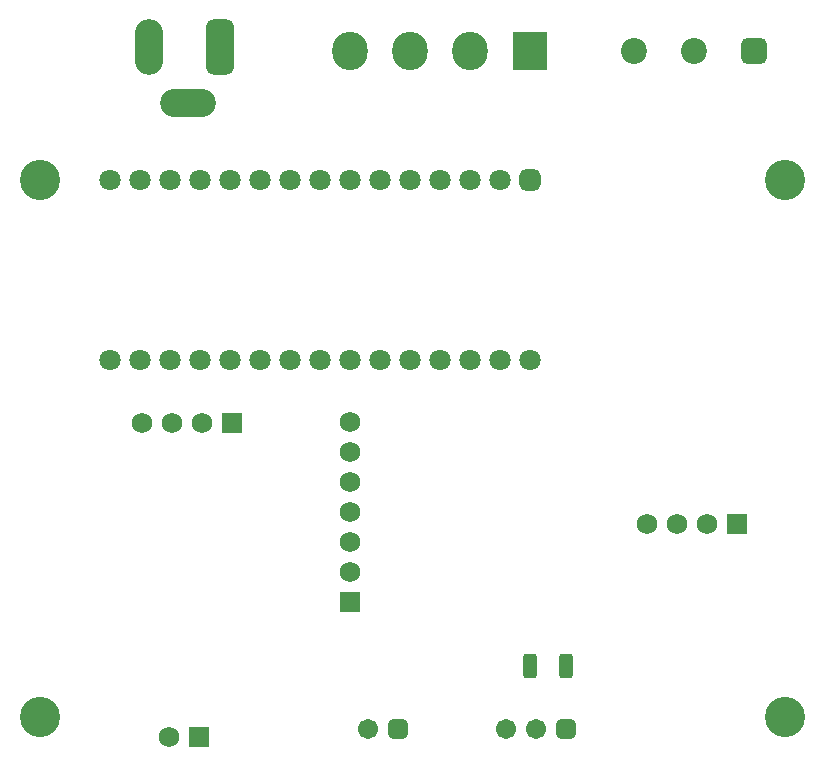
<source format=gts>
G04*
G04 #@! TF.GenerationSoftware,Altium Limited,Altium Designer,21.3.2 (30)*
G04*
G04 Layer_Color=8388736*
%FSTAX24Y24*%
%MOIN*%
G70*
G04*
G04 #@! TF.SameCoordinates,655743E2-E340-4FCB-8EBE-1CC431C952CD*
G04*
G04*
G04 #@! TF.FilePolarity,Negative*
G04*
G01*
G75*
G04:AMPARAMS|DCode=16|XSize=82.8mil|YSize=47.4mil|CornerRadius=13.8mil|HoleSize=0mil|Usage=FLASHONLY|Rotation=90.000|XOffset=0mil|YOffset=0mil|HoleType=Round|Shape=RoundedRectangle|*
%AMROUNDEDRECTD16*
21,1,0.0828,0.0197,0,0,90.0*
21,1,0.0551,0.0474,0,0,90.0*
1,1,0.0277,0.0098,0.0276*
1,1,0.0277,0.0098,-0.0276*
1,1,0.0277,-0.0098,-0.0276*
1,1,0.0277,-0.0098,0.0276*
%
%ADD16ROUNDEDRECTD16*%
%ADD17C,0.0680*%
%ADD18R,0.0680X0.0680*%
%ADD19C,0.0710*%
G04:AMPARAMS|DCode=20|XSize=67.1mil|YSize=67.1mil|CornerRadius=18.8mil|HoleSize=0mil|Usage=FLASHONLY|Rotation=180.000|XOffset=0mil|YOffset=0mil|HoleType=Round|Shape=RoundedRectangle|*
%AMROUNDEDRECTD20*
21,1,0.0671,0.0295,0,0,180.0*
21,1,0.0295,0.0671,0,0,180.0*
1,1,0.0375,-0.0148,0.0148*
1,1,0.0375,0.0148,0.0148*
1,1,0.0375,0.0148,-0.0148*
1,1,0.0375,-0.0148,-0.0148*
%
%ADD20ROUNDEDRECTD20*%
%ADD21C,0.0866*%
G04:AMPARAMS|DCode=22|XSize=86.6mil|YSize=86.6mil|CornerRadius=21.7mil|HoleSize=0mil|Usage=FLASHONLY|Rotation=180.000|XOffset=0mil|YOffset=0mil|HoleType=Round|Shape=RoundedRectangle|*
%AMROUNDEDRECTD22*
21,1,0.0866,0.0433,0,0,180.0*
21,1,0.0433,0.0866,0,0,180.0*
1,1,0.0433,-0.0217,0.0217*
1,1,0.0433,0.0217,0.0217*
1,1,0.0433,0.0217,-0.0217*
1,1,0.0433,-0.0217,-0.0217*
%
%ADD22ROUNDEDRECTD22*%
%ADD23C,0.1340*%
%ADD24C,0.0671*%
G04:AMPARAMS|DCode=25|XSize=71mil|YSize=71mil|CornerRadius=19.7mil|HoleSize=0mil|Usage=FLASHONLY|Rotation=270.000|XOffset=0mil|YOffset=0mil|HoleType=Round|Shape=RoundedRectangle|*
%AMROUNDEDRECTD25*
21,1,0.0710,0.0315,0,0,270.0*
21,1,0.0315,0.0710,0,0,270.0*
1,1,0.0395,-0.0157,-0.0157*
1,1,0.0395,-0.0157,0.0157*
1,1,0.0395,0.0157,0.0157*
1,1,0.0395,0.0157,-0.0157*
%
%ADD25ROUNDEDRECTD25*%
%ADD26R,0.0680X0.0680*%
%ADD27O,0.1180X0.1280*%
%ADD28R,0.1180X0.1280*%
%ADD29O,0.0946X0.1852*%
%ADD30O,0.1852X0.0946*%
G04:AMPARAMS|DCode=31|XSize=94.6mil|YSize=185.2mil|CornerRadius=25.7mil|HoleSize=0mil|Usage=FLASHONLY|Rotation=0.000|XOffset=0mil|YOffset=0mil|HoleType=Round|Shape=RoundedRectangle|*
%AMROUNDEDRECTD31*
21,1,0.0946,0.1339,0,0,0.0*
21,1,0.0433,0.1852,0,0,0.0*
1,1,0.0513,0.0217,-0.0669*
1,1,0.0513,-0.0217,-0.0669*
1,1,0.0513,-0.0217,0.0669*
1,1,0.0513,0.0217,0.0669*
%
%ADD31ROUNDEDRECTD31*%
D16*
X04255Y01795D02*
D03*
X04133D02*
D03*
D17*
X03535Y0211D02*
D03*
X04723Y0227D02*
D03*
X04623D02*
D03*
X04523D02*
D03*
X0293Y0156D02*
D03*
X0304Y02605D02*
D03*
X0294D02*
D03*
X0284D02*
D03*
X03535Y0221D02*
D03*
Y0231D02*
D03*
Y0241D02*
D03*
Y0251D02*
D03*
Y0261D02*
D03*
D18*
X0314Y02605D02*
D03*
X04823Y0227D02*
D03*
X0303Y0156D02*
D03*
D19*
X03835Y02815D02*
D03*
X03935D02*
D03*
X03735D02*
D03*
X03635D02*
D03*
X03535D02*
D03*
X03435D02*
D03*
X03335D02*
D03*
X03235D02*
D03*
X03135D02*
D03*
X03035D02*
D03*
X02935D02*
D03*
X02835D02*
D03*
X02735D02*
D03*
Y03415D02*
D03*
X02835D02*
D03*
X02935D02*
D03*
X03035D02*
D03*
X03135D02*
D03*
X03235D02*
D03*
X03335D02*
D03*
X03435D02*
D03*
X03535D02*
D03*
X03635D02*
D03*
X03735D02*
D03*
X03835D02*
D03*
X03935D02*
D03*
X04035D02*
D03*
Y02815D02*
D03*
X04135D02*
D03*
D20*
X04255Y015856D02*
D03*
X03695Y01585D02*
D03*
D21*
X0468Y03845D02*
D03*
X0448D02*
D03*
D22*
X0488D02*
D03*
D23*
X04985Y03415D02*
D03*
X025D02*
D03*
Y01625D02*
D03*
X04985D02*
D03*
D24*
X04155Y015856D02*
D03*
X04055D02*
D03*
X03595Y01585D02*
D03*
D25*
X04135Y03415D02*
D03*
D26*
X03535Y0201D02*
D03*
D27*
X03935Y03845D02*
D03*
X037349Y038449D02*
D03*
X035346Y038446D02*
D03*
D28*
X04135Y03845D02*
D03*
D29*
X02865Y0386D02*
D03*
D30*
X02993Y03673D02*
D03*
D31*
X031012Y0386D02*
D03*
M02*

</source>
